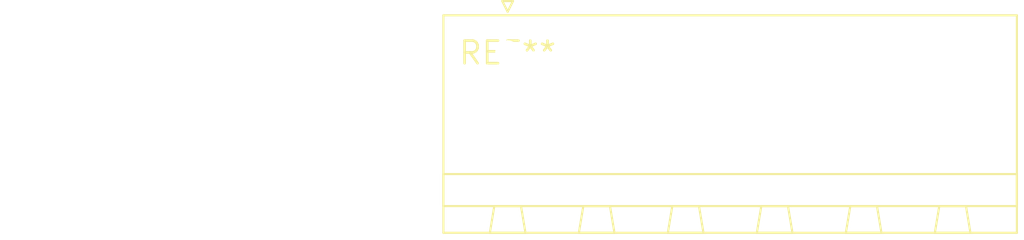
<source format=kicad_pcb>
(kicad_pcb (version 20240108) (generator pcbnew)
  (layers (0 "F.Cu" signal) (31 "B.Cu" signal) (34 "B.Paste" user) (35 "F.Paste" user) (36 "B.SilkS" user "B.Silkscreen") (37 "F.SilkS" user "F.Silkscreen") (38 "B.Mask" user) (39 "F.Mask" user) (44 "Edge.Cuts" user))
  (net 0 "")
  (footprint "PhoenixContact_MSTBA_2,5_6-G_1x06_P5.00mm_Horizontal" (layer "F.Cu") (at 0 0)
    (property "Reference" "REF**")
    (property "Value" "PhoenixContact_MSTBA_2,5_6-G_1x06_P5.00mm_Horizontal")
    (fp_line (start -3.61 -2.11) (end -3.61 10.11) (layer "F.SilkS") (stroke (width 0.12)))
    (fp_line (start -3.61 6.81) (end 28.61 6.81) (layer "F.SilkS") (stroke (width 0.12)))
    (fp_line (start -3.61 8.61) (end -3.61 6.81) (layer "F.SilkS") (stroke (width 0.12)))
    (fp_line (start -3.61 10.11) (end 28.61 10.11) (layer "F.SilkS") (stroke (width 0.12)))
    (fp_line (start -1 10.11) (end 1 10.11) (layer "F.SilkS") (stroke (width 0.12)))
    (fp_line (start -0.75 8.61) (end -1 10.11) (layer "F.SilkS") (stroke (width 0.12)))
    (fp_line (start -0.3 -2.91) (end 0.3 -2.91) (layer "F.SilkS") (stroke (width 0.12)))
    (fp_line (start 0 -2.31) (end -0.3 -2.91) (layer "F.SilkS") (stroke (width 0.12)))
    (fp_line (start 0.3 -2.91) (end 0 -2.31) (layer "F.SilkS") (stroke (width 0.12)))
    (fp_line (start 0.75 8.61) (end -0.75 8.61) (layer "F.SilkS") (stroke (width 0.12)))
    (fp_line (start 1 10.11) (end 0.75 8.61) (layer "F.SilkS") (stroke (width 0.12)))
    (fp_line (start 4 10.11) (end 6 10.11) (layer "F.SilkS") (stroke (width 0.12)))
    (fp_line (start 4.25 8.61) (end 4 10.11) (layer "F.SilkS") (stroke (width 0.12)))
    (fp_line (start 5.75 8.61) (end 4.25 8.61) (layer "F.SilkS") (stroke (width 0.12)))
    (fp_line (start 6 10.11) (end 5.75 8.61) (layer "F.SilkS") (stroke (width 0.12)))
    (fp_line (start 9 10.11) (end 11 10.11) (layer "F.SilkS") (stroke (width 0.12)))
    (fp_line (start 9.25 8.61) (end 9 10.11) (layer "F.SilkS") (stroke (width 0.12)))
    (fp_line (start 10.75 8.61) (end 9.25 8.61) (layer "F.SilkS") (stroke (width 0.12)))
    (fp_line (start 11 10.11) (end 10.75 8.61) (layer "F.SilkS") (stroke (width 0.12)))
    (fp_line (start 14 10.11) (end 16 10.11) (layer "F.SilkS") (stroke (width 0.12)))
    (fp_line (start 14.25 8.61) (end 14 10.11) (layer "F.SilkS") (stroke (width 0.12)))
    (fp_line (start 15.75 8.61) (end 14.25 8.61) (layer "F.SilkS") (stroke (width 0.12)))
    (fp_line (start 16 10.11) (end 15.75 8.61) (layer "F.SilkS") (stroke (width 0.12)))
    (fp_line (start 19 10.11) (end 21 10.11) (layer "F.SilkS") (stroke (width 0.12)))
    (fp_line (start 19.25 8.61) (end 19 10.11) (layer "F.SilkS") (stroke (width 0.12)))
    (fp_line (start 20.75 8.61) (end 19.25 8.61) (layer "F.SilkS") (stroke (width 0.12)))
    (fp_line (start 21 10.11) (end 20.75 8.61) (layer "F.SilkS") (stroke (width 0.12)))
    (fp_line (start 24 10.11) (end 26 10.11) (layer "F.SilkS") (stroke (width 0.12)))
    (fp_line (start 24.25 8.61) (end 24 10.11) (layer "F.SilkS") (stroke (width 0.12)))
    (fp_line (start 25.75 8.61) (end 24.25 8.61) (layer "F.SilkS") (stroke (width 0.12)))
    (fp_line (start 26 10.11) (end 25.75 8.61) (layer "F.SilkS") (stroke (width 0.12)))
    (fp_line (start 28.61 -2.11) (end -3.61 -2.11) (layer "F.SilkS") (stroke (width 0.12)))
    (fp_line (start 28.61 6.81) (end 28.61 8.61) (layer "F.SilkS") (stroke (width 0.12)))
    (fp_line (start 28.61 8.61) (end -3.61 8.61) (layer "F.SilkS") (stroke (width 0.12)))
    (fp_line (start 28.61 10.11) (end 28.61 -2.11) (layer "F.SilkS") (stroke (width 0.12)))
    (pad "1" thru_hole roundrect (at 0 0) (size 2 3.6) (drill 1.4) (layers *.Cu *.Mask) (remove_unused_layers) (roundrect_rratio 0.125))
    (pad "2" thru_hole oval (at 5 0) (size 2 3.6) (drill 1.4) (layers *.Cu *.Mask) (remove_unused_layers))
    (pad "3" thru_hole oval (at 10 0) (size 2 3.6) (drill 1.4) (layers *.Cu *.Mask) (remove_unused_layers))
    (pad "4" thru_hole oval (at 15 0) (size 2 3.6) (drill 1.4) (layers *.Cu *.Mask) (remove_unused_layers))
    (pad "5" thru_hole oval (at 20 0) (size 2 3.6) (drill 1.4) (layers *.Cu *.Mask) (remove_unused_layers))
    (pad "6" thru_hole oval (at 25 0) (size 2 3.6) (drill 1.4) (layers *.Cu *.Mask) (remove_unused_layers))
  )
)
</source>
